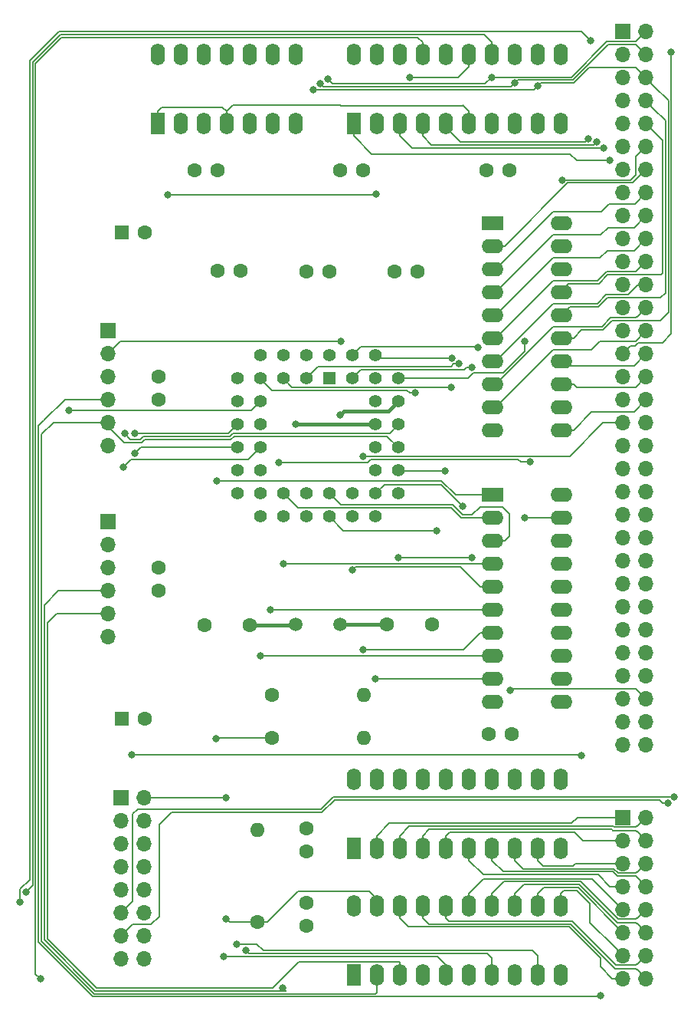
<source format=gbr>
G04 #@! TF.GenerationSoftware,KiCad,Pcbnew,(5.1.5-0-10_14)*
G04 #@! TF.CreationDate,2021-03-10T11:59:30+00:00*
G04 #@! TF.ProjectId,mc68681,6d633638-3638-4312-9e6b-696361645f70,rev?*
G04 #@! TF.SameCoordinates,Original*
G04 #@! TF.FileFunction,Copper,L4,Bot*
G04 #@! TF.FilePolarity,Positive*
%FSLAX46Y46*%
G04 Gerber Fmt 4.6, Leading zero omitted, Abs format (unit mm)*
G04 Created by KiCad (PCBNEW (5.1.5-0-10_14)) date 2021-03-10 11:59:30*
%MOMM*%
%LPD*%
G04 APERTURE LIST*
%ADD10O,1.600000X1.600000*%
%ADD11C,1.600000*%
%ADD12O,1.700000X1.700000*%
%ADD13R,1.700000X1.700000*%
%ADD14O,1.600000X2.400000*%
%ADD15R,1.600000X2.400000*%
%ADD16C,1.500000*%
%ADD17C,1.422400*%
%ADD18R,1.422400X1.422400*%
%ADD19C,1.600200*%
%ADD20O,2.400000X1.600000*%
%ADD21R,2.400000X1.600000*%
%ADD22R,1.600000X1.600000*%
%ADD23C,0.800000*%
%ADD24C,0.400000*%
%ADD25C,0.150000*%
G04 APERTURE END LIST*
D10*
X89800000Y-126850000D03*
D11*
X79640000Y-126850000D03*
D12*
X65540000Y-151220000D03*
X63000000Y-151220000D03*
X65540000Y-148680000D03*
X63000000Y-148680000D03*
X65540000Y-146140000D03*
X63000000Y-146140000D03*
X65540000Y-143600000D03*
X63000000Y-143600000D03*
X65540000Y-141060000D03*
X63000000Y-141060000D03*
X65540000Y-138520000D03*
X63000000Y-138520000D03*
X65540000Y-135980000D03*
X63000000Y-135980000D03*
X65540000Y-133440000D03*
D13*
X63000000Y-133440000D03*
D11*
X97350000Y-114340000D03*
X92350000Y-114340000D03*
X77160000Y-114360000D03*
X72160000Y-114360000D03*
D14*
X88700000Y-51430000D03*
X111560000Y-59050000D03*
X91240000Y-51430000D03*
X109020000Y-59050000D03*
X93780000Y-51430000D03*
X106480000Y-59050000D03*
X96320000Y-51430000D03*
X103940000Y-59050000D03*
X98860000Y-51430000D03*
X101400000Y-59050000D03*
X101400000Y-51430000D03*
X98860000Y-59050000D03*
X103940000Y-51430000D03*
X96320000Y-59050000D03*
X106480000Y-51430000D03*
X93780000Y-59050000D03*
X109020000Y-51430000D03*
X91240000Y-59050000D03*
X111560000Y-51430000D03*
D15*
X88700000Y-59050000D03*
D16*
X87150000Y-114340000D03*
X82270000Y-114340000D03*
D10*
X89800000Y-122120000D03*
D11*
X79640000Y-122120000D03*
D17*
X93610000Y-87156350D03*
X93610000Y-89696350D03*
X93610000Y-92236350D03*
X93610000Y-94776350D03*
X93610000Y-97316350D03*
X91070000Y-84616350D03*
X91070000Y-89696350D03*
X91070000Y-92236350D03*
X91070000Y-94776350D03*
X91070000Y-97316350D03*
X91070000Y-99856350D03*
X91070000Y-102396350D03*
X88530000Y-102396350D03*
X85990000Y-102396350D03*
X83450000Y-102396350D03*
X80910000Y-102396350D03*
X78370000Y-102396350D03*
X93610000Y-99856350D03*
X88530000Y-99856350D03*
X85990000Y-99856350D03*
X83450000Y-99856350D03*
X80910000Y-99856350D03*
X78370000Y-99856350D03*
X75830000Y-99856350D03*
X75830000Y-97316350D03*
X75830000Y-94776350D03*
X75830000Y-92236350D03*
X75830000Y-89696350D03*
X75830000Y-87156350D03*
X78370000Y-97316350D03*
X78370000Y-94776350D03*
X78370000Y-92236350D03*
X78370000Y-89696350D03*
X78370000Y-87156350D03*
X88530000Y-84616350D03*
X85990000Y-84616350D03*
X78370000Y-84616350D03*
X80910000Y-84616350D03*
X83450000Y-84616350D03*
X91070000Y-87156350D03*
X88530000Y-87156350D03*
X80910000Y-87156350D03*
X83450000Y-87156350D03*
D18*
X85990000Y-87156350D03*
D14*
X88700000Y-131380000D03*
X111560000Y-139000000D03*
X91240000Y-131380000D03*
X109020000Y-139000000D03*
X93780000Y-131380000D03*
X106480000Y-139000000D03*
X96320000Y-131380000D03*
X103940000Y-139000000D03*
X98860000Y-131380000D03*
X101400000Y-139000000D03*
X101400000Y-131380000D03*
X98860000Y-139000000D03*
X103940000Y-131380000D03*
X96320000Y-139000000D03*
X106480000Y-131380000D03*
X93780000Y-139000000D03*
X109020000Y-131380000D03*
X91240000Y-139000000D03*
X111560000Y-131380000D03*
D15*
X88700000Y-139000000D03*
D19*
X93235800Y-75355000D03*
X95775800Y-75355000D03*
X67100000Y-108080000D03*
X67100000Y-110620000D03*
X83450000Y-75355000D03*
X85990000Y-75355000D03*
X103644200Y-126450000D03*
X106184200Y-126450000D03*
X83500000Y-145044200D03*
X83500000Y-147584200D03*
X83500000Y-136815800D03*
X83500000Y-139355800D03*
X67100000Y-86920000D03*
X67100000Y-89460000D03*
X73664200Y-75280000D03*
X76204200Y-75280000D03*
X105904200Y-64175000D03*
X103364200Y-64175000D03*
X71060000Y-64175000D03*
X73600000Y-64175000D03*
X87212100Y-64175000D03*
X89752100Y-64175000D03*
D10*
X78025000Y-137015000D03*
D11*
X78025000Y-147175000D03*
D12*
X61550000Y-115700000D03*
X61550000Y-113160000D03*
X61550000Y-110620000D03*
X61550000Y-108080000D03*
X61550000Y-105540000D03*
D13*
X61550000Y-103000000D03*
D12*
X61550000Y-94540000D03*
X61550000Y-92000000D03*
X61550000Y-89460000D03*
X61550000Y-86920000D03*
X61550000Y-84380000D03*
D13*
X61550000Y-81840000D03*
D12*
X121000000Y-153380000D03*
X118460000Y-153380000D03*
X121000000Y-150840000D03*
X118460000Y-150840000D03*
X121000000Y-148300000D03*
X118460000Y-148300000D03*
X121000000Y-145760000D03*
X118460000Y-145760000D03*
X121000000Y-143220000D03*
X118460000Y-143220000D03*
X121000000Y-140680000D03*
X118460000Y-140680000D03*
X121000000Y-138140000D03*
X118460000Y-138140000D03*
X121000000Y-135600000D03*
D13*
X118460000Y-135600000D03*
D12*
X121000000Y-127640000D03*
X118460000Y-127640000D03*
X121000000Y-125100000D03*
X118460000Y-125100000D03*
X121000000Y-122560000D03*
X118460000Y-122560000D03*
X121000000Y-120020000D03*
X118460000Y-120020000D03*
X121000000Y-117480000D03*
X118460000Y-117480000D03*
X121000000Y-114940000D03*
X118460000Y-114940000D03*
X121000000Y-112400000D03*
X118460000Y-112400000D03*
X121000000Y-109860000D03*
X118460000Y-109860000D03*
X121000000Y-107320000D03*
X118460000Y-107320000D03*
X121000000Y-104780000D03*
X118460000Y-104780000D03*
X121000000Y-102240000D03*
X118460000Y-102240000D03*
X121000000Y-99700000D03*
X118460000Y-99700000D03*
X121000000Y-97160000D03*
X118460000Y-97160000D03*
X121000000Y-94620000D03*
X118460000Y-94620000D03*
X121000000Y-92080000D03*
X118460000Y-92080000D03*
X121000000Y-89540000D03*
X118460000Y-89540000D03*
X121000000Y-87000000D03*
X118460000Y-87000000D03*
X121000000Y-84460000D03*
X118460000Y-84460000D03*
X121000000Y-81920000D03*
X118460000Y-81920000D03*
X121000000Y-79380000D03*
X118460000Y-79380000D03*
X121000000Y-76840000D03*
X118460000Y-76840000D03*
X121000000Y-74300000D03*
X118460000Y-74300000D03*
X121000000Y-71760000D03*
X118460000Y-71760000D03*
X121000000Y-69220000D03*
X118460000Y-69220000D03*
X121000000Y-66680000D03*
X118460000Y-66680000D03*
X121000000Y-64140000D03*
X118460000Y-64140000D03*
X121000000Y-61600000D03*
X118460000Y-61600000D03*
X121000000Y-59060000D03*
X118460000Y-59060000D03*
X121000000Y-56520000D03*
X118460000Y-56520000D03*
X121000000Y-53980000D03*
X118460000Y-53980000D03*
X121000000Y-51440000D03*
X118460000Y-51440000D03*
X121000000Y-48900000D03*
D13*
X118460000Y-48900000D03*
D20*
X111620000Y-70000000D03*
X104000000Y-92860000D03*
X111620000Y-72540000D03*
X104000000Y-90320000D03*
X111620000Y-75080000D03*
X104000000Y-87780000D03*
X111620000Y-77620000D03*
X104000000Y-85240000D03*
X111620000Y-80160000D03*
X104000000Y-82700000D03*
X111620000Y-82700000D03*
X104000000Y-80160000D03*
X111620000Y-85240000D03*
X104000000Y-77620000D03*
X111620000Y-87780000D03*
X104000000Y-75080000D03*
X111620000Y-90320000D03*
X104000000Y-72540000D03*
X111620000Y-92860000D03*
D21*
X104000000Y-70000000D03*
D14*
X67000000Y-51430000D03*
X82240000Y-59050000D03*
X69540000Y-51430000D03*
X79700000Y-59050000D03*
X72080000Y-51430000D03*
X77160000Y-59050000D03*
X74620000Y-51430000D03*
X74620000Y-59050000D03*
X77160000Y-51430000D03*
X72080000Y-59050000D03*
X79700000Y-51430000D03*
X69540000Y-59050000D03*
X82240000Y-51430000D03*
D15*
X67000000Y-59050000D03*
D14*
X88700000Y-145380000D03*
X111560000Y-153000000D03*
X91240000Y-145380000D03*
X109020000Y-153000000D03*
X93780000Y-145380000D03*
X106480000Y-153000000D03*
X96320000Y-145380000D03*
X103940000Y-153000000D03*
X98860000Y-145380000D03*
X101400000Y-153000000D03*
X101400000Y-145380000D03*
X98860000Y-153000000D03*
X103940000Y-145380000D03*
X96320000Y-153000000D03*
X106480000Y-145380000D03*
X93780000Y-153000000D03*
X109020000Y-145380000D03*
X91240000Y-153000000D03*
X111560000Y-145380000D03*
D15*
X88700000Y-153000000D03*
D20*
X111620000Y-100000000D03*
X104000000Y-122860000D03*
X111620000Y-102540000D03*
X104000000Y-120320000D03*
X111620000Y-105080000D03*
X104000000Y-117780000D03*
X111620000Y-107620000D03*
X104000000Y-115240000D03*
X111620000Y-110160000D03*
X104000000Y-112700000D03*
X111620000Y-112700000D03*
X104000000Y-110160000D03*
X111620000Y-115240000D03*
X104000000Y-107620000D03*
X111620000Y-117780000D03*
X104000000Y-105080000D03*
X111620000Y-120320000D03*
X104000000Y-102540000D03*
X111620000Y-122860000D03*
D21*
X104000000Y-100000000D03*
D11*
X65592621Y-124710000D03*
D22*
X63092621Y-124710000D03*
D11*
X65592621Y-71000000D03*
D22*
X63092621Y-71000000D03*
D23*
X87170000Y-91190000D03*
X101738436Y-85905872D03*
X102410000Y-83730000D03*
X80910000Y-107620000D03*
X79470000Y-112690000D03*
X99554903Y-84926493D03*
X78390000Y-117780000D03*
X107572298Y-83022298D03*
X107550000Y-102500000D03*
X75790000Y-149590000D03*
X89700000Y-95740000D03*
X76790000Y-150325000D03*
X74290000Y-150980000D03*
X63199999Y-96970000D03*
X115975000Y-155325000D03*
X63370000Y-93250000D03*
X64500000Y-95450000D03*
X64525000Y-93225000D03*
X80875000Y-154424990D03*
X87240000Y-83040000D03*
X57210000Y-90710000D03*
X98810000Y-97340000D03*
X106000000Y-121575000D03*
X73530000Y-98460000D03*
X100747937Y-101267937D03*
X95470000Y-88767551D03*
X101750030Y-106970000D03*
X93630000Y-106970000D03*
X108222298Y-96387551D03*
X80430000Y-96460000D03*
X91080000Y-120330000D03*
X109020000Y-54875010D03*
X84190000Y-55270000D03*
X89740000Y-117070000D03*
X99460000Y-88120000D03*
X88540000Y-108270000D03*
X106480000Y-54550000D03*
X85006047Y-54625009D03*
X100320000Y-85545149D03*
X97820000Y-103960000D03*
X103930000Y-53900000D03*
X85844796Y-54127889D03*
X74584301Y-146790000D03*
X74540000Y-133440000D03*
X123800000Y-51125000D03*
X111700000Y-65250000D03*
X114583376Y-60700010D03*
X114850000Y-49890000D03*
X51820000Y-144920000D03*
X115536612Y-61050020D03*
X116300000Y-61725000D03*
X123416646Y-134005220D03*
X116950000Y-63125000D03*
X64170000Y-128730000D03*
X113890000Y-128810000D03*
X94920000Y-53974989D03*
X52470000Y-143839620D03*
X82310000Y-92230000D03*
X68150000Y-66870000D03*
X91200000Y-66840000D03*
X124120000Y-133330000D03*
X54040000Y-153410000D03*
X73430000Y-126900000D03*
D24*
X92516349Y-90790001D02*
X92898801Y-90407549D01*
X92898801Y-90407549D02*
X93610000Y-89696350D01*
X87569999Y-90790001D02*
X92516349Y-90790001D01*
X87170000Y-91190000D02*
X87569999Y-90790001D01*
X87150000Y-114340000D02*
X92350000Y-114340000D01*
D25*
X89491201Y-86195149D02*
X88530000Y-87156350D01*
X100883474Y-86195149D02*
X89491201Y-86195149D01*
X101172751Y-85905872D02*
X100883474Y-86195149D01*
X101738436Y-85905872D02*
X101172751Y-85905872D01*
X82488799Y-101435149D02*
X80910000Y-99856350D01*
X99464782Y-101435149D02*
X82488799Y-101435149D01*
X100569632Y-102540000D02*
X99464782Y-101435149D01*
X104000000Y-102540000D02*
X100569632Y-102540000D01*
X102335149Y-83655149D02*
X102410000Y-83730000D01*
X89491201Y-83655149D02*
X102335149Y-83655149D01*
X88530000Y-84616350D02*
X89491201Y-83655149D01*
X104000000Y-107620000D02*
X89295000Y-107620000D01*
X89295000Y-107620000D02*
X80910000Y-107620000D01*
X79480000Y-112700000D02*
X79470000Y-112690000D01*
X104000000Y-112700000D02*
X79480000Y-112700000D01*
X91073650Y-84620000D02*
X91070000Y-84616350D01*
X91380143Y-84926493D02*
X91070000Y-84616350D01*
X99554903Y-84926493D02*
X91380143Y-84926493D01*
X78760000Y-117780000D02*
X78750000Y-117790000D01*
X104000000Y-117780000D02*
X78760000Y-117780000D01*
X78390000Y-117780000D02*
X78760000Y-117780000D01*
X111580000Y-102500000D02*
X111620000Y-102540000D01*
X107550000Y-102500000D02*
X111580000Y-102500000D01*
X105190368Y-86530000D02*
X101920000Y-86530000D01*
X101920000Y-86530000D02*
X101293650Y-87156350D01*
X107572298Y-84148070D02*
X105190368Y-86530000D01*
X101293650Y-87156350D02*
X93610000Y-87156350D01*
X107572298Y-83022298D02*
X107572298Y-84148070D01*
X109020000Y-150895000D02*
X109020000Y-153600000D01*
X108449980Y-150324980D02*
X109020000Y-150895000D01*
X78724980Y-150324980D02*
X108449980Y-150324980D01*
X77990000Y-149590000D02*
X78724980Y-150324980D01*
X75790000Y-149590000D02*
X77990000Y-149590000D01*
X116344998Y-92080000D02*
X118460000Y-92080000D01*
X116344998Y-92080000D02*
X116210000Y-92080000D01*
X112552449Y-95737551D02*
X90472449Y-95737551D01*
X116210000Y-92080000D02*
X112552449Y-95737551D01*
X90470000Y-95740000D02*
X89700000Y-95740000D01*
X90472449Y-95737551D02*
X90470000Y-95740000D01*
X103424990Y-150649990D02*
X103940000Y-151165000D01*
X103940000Y-151165000D02*
X103940000Y-153600000D01*
X77525000Y-150649990D02*
X103424990Y-150649990D01*
X77114990Y-150649990D02*
X76790000Y-150325000D01*
X77525000Y-150649990D02*
X77114990Y-150649990D01*
X75850000Y-150975000D02*
X97975000Y-150975000D01*
X98860000Y-151860000D02*
X98860000Y-153600000D01*
X97975000Y-150975000D02*
X98860000Y-151860000D01*
X75845000Y-150980000D02*
X74290000Y-150980000D01*
X75850000Y-150975000D02*
X75845000Y-150980000D01*
X64069998Y-96100001D02*
X63199999Y-96970000D01*
X77046349Y-96100001D02*
X64069998Y-96100001D01*
X78370000Y-94776350D02*
X77046349Y-96100001D01*
X61550000Y-89460000D02*
X56790000Y-89460000D01*
X56790000Y-89460000D02*
X54450000Y-91800000D01*
X54450000Y-91800000D02*
X53850000Y-92400000D01*
X53850000Y-92400000D02*
X53850000Y-104975000D01*
X53850000Y-104975000D02*
X53850000Y-142075000D01*
X53850000Y-149394870D02*
X59855130Y-155400000D01*
X53850000Y-142075000D02*
X53850000Y-149394870D01*
X115900000Y-155400000D02*
X115975000Y-155325000D01*
X59855130Y-155400000D02*
X115900000Y-155400000D01*
X93610000Y-92236350D02*
X92646350Y-93200000D01*
X75325982Y-93200000D02*
X74975973Y-93550010D01*
X92646350Y-93200000D02*
X75325982Y-93200000D01*
X74975973Y-93550010D02*
X67700000Y-93550010D01*
X67700000Y-93550010D02*
X65419990Y-93550010D01*
X65094999Y-93875001D02*
X63995001Y-93875001D01*
X63995001Y-93875001D02*
X63370000Y-93250000D01*
X65419990Y-93550010D02*
X65094999Y-93875001D01*
X93780000Y-151650000D02*
X93780000Y-153000000D01*
X93679990Y-151549990D02*
X93780000Y-151650000D01*
X82625010Y-151549990D02*
X93679990Y-151549990D01*
X79750030Y-154424970D02*
X82625010Y-151549990D01*
X54825030Y-114149970D02*
X54825030Y-148991004D01*
X60258996Y-154424970D02*
X79750030Y-154424970D01*
X54825030Y-148991004D02*
X60258996Y-154424970D01*
X55815000Y-113160000D02*
X54825030Y-114149970D01*
X61550000Y-113160000D02*
X55815000Y-113160000D01*
X65173650Y-94776350D02*
X64500000Y-95450000D01*
X75830000Y-94776350D02*
X65173650Y-94776350D01*
X55525000Y-92000000D02*
X54175010Y-93349990D01*
X59989752Y-155074990D02*
X91115010Y-155074990D01*
X54175010Y-149260248D02*
X59989752Y-155074990D01*
X91115010Y-155074990D02*
X91240000Y-154950000D01*
X54175010Y-93349990D02*
X54175010Y-149260248D01*
X91240000Y-154950000D02*
X91240000Y-153600000D01*
X61550000Y-92000000D02*
X55525000Y-92000000D01*
X93610000Y-94776350D02*
X92358660Y-93525010D01*
X75460606Y-93525010D02*
X75110596Y-93875020D01*
X92358660Y-93525010D02*
X75460606Y-93525010D01*
X65554612Y-93875020D02*
X65229622Y-94200011D01*
X65229622Y-94200011D02*
X63270011Y-94200011D01*
X75110596Y-93875020D02*
X65554612Y-93875020D01*
X63270011Y-94200011D02*
X62399999Y-93329999D01*
X61550000Y-92480000D02*
X61550000Y-92000000D01*
X62399999Y-93329999D02*
X61550000Y-92480000D01*
X61550000Y-110620000D02*
X56055000Y-110620000D01*
X56055000Y-110620000D02*
X54500020Y-112174980D01*
X54500020Y-140224980D02*
X54500020Y-149125626D01*
X54500020Y-112174980D02*
X54500020Y-140224980D01*
X54500020Y-140224980D02*
X54500020Y-140350020D01*
X54500020Y-149125626D02*
X60124374Y-154749980D01*
X81199990Y-154749980D02*
X80875000Y-154424990D01*
X60124374Y-154749980D02*
X81199990Y-154749980D01*
X74841350Y-93225000D02*
X75830000Y-92236350D01*
X64525000Y-93225000D02*
X74841350Y-93225000D01*
X62890000Y-83040000D02*
X87240000Y-83040000D01*
X61550000Y-84380000D02*
X62890000Y-83040000D01*
X77376350Y-90690000D02*
X78370000Y-89696350D01*
X57230000Y-90690000D02*
X77376350Y-90690000D01*
X57210000Y-90710000D02*
X57230000Y-90690000D01*
X93633650Y-97340000D02*
X93610000Y-97316350D01*
X98810000Y-97340000D02*
X93633650Y-97340000D01*
X106115001Y-121459999D02*
X106000000Y-121575000D01*
X119899999Y-121459999D02*
X106115001Y-121459999D01*
X121000000Y-122560000D02*
X119899999Y-121459999D01*
X104000000Y-100000000D02*
X99939632Y-100000000D01*
X98399633Y-98460000D02*
X73530000Y-98460000D01*
X99939632Y-100000000D02*
X98399633Y-98460000D01*
X100747937Y-101267937D02*
X98340000Y-98860000D01*
X92066350Y-98860000D02*
X91070000Y-99856350D01*
X98340000Y-98860000D02*
X92066350Y-98860000D01*
X94904315Y-88767551D02*
X94579325Y-88442561D01*
X79081199Y-87867549D02*
X78370000Y-87156350D01*
X79656211Y-88442561D02*
X79081199Y-87867549D01*
X94579325Y-88442561D02*
X79656211Y-88442561D01*
X95470000Y-88767551D02*
X94904315Y-88767551D01*
X101750030Y-106970000D02*
X93630000Y-106970000D01*
X111690000Y-80160000D02*
X111620000Y-80160000D01*
X115734623Y-79250010D02*
X112599990Y-79250010D01*
X112599990Y-79250010D02*
X111690000Y-80160000D01*
X116719621Y-78265011D02*
X115734623Y-79250010D01*
X122609989Y-78265011D02*
X116719621Y-78265011D01*
X121849999Y-57369999D02*
X121000000Y-56520000D01*
X123150010Y-58670010D02*
X121849999Y-57369999D01*
X123150010Y-77724990D02*
X123150010Y-58670010D01*
X122609989Y-78265011D02*
X123150010Y-77724990D01*
X108222298Y-96387551D02*
X107184990Y-96387551D01*
X90607072Y-96062561D02*
X90189633Y-96480000D01*
X106860000Y-96062561D02*
X90607072Y-96062561D01*
X90189633Y-96480000D02*
X80520000Y-96480000D01*
X80500000Y-96460000D02*
X80430000Y-96460000D01*
X80520000Y-96480000D02*
X80500000Y-96460000D01*
X107184990Y-96387551D02*
X106860000Y-96062561D01*
X104000000Y-120320000D02*
X102650000Y-120320000D01*
X91090000Y-120320000D02*
X91080000Y-120330000D01*
X104000000Y-120320000D02*
X91090000Y-120320000D01*
X112970000Y-82700000D02*
X113869990Y-81800010D01*
X111620000Y-82700000D02*
X112970000Y-82700000D01*
X117229622Y-80805011D02*
X122544989Y-80805011D01*
X116234623Y-81800010D02*
X117229622Y-80805011D01*
X113869990Y-81800010D02*
X116234623Y-81800010D01*
X121849999Y-54829999D02*
X121000000Y-53980000D01*
X123475020Y-56455020D02*
X121849999Y-54829999D01*
X123475020Y-79874980D02*
X123475020Y-56455020D01*
X122544989Y-80805011D02*
X123475020Y-79874980D01*
X119899999Y-52879999D02*
X114714267Y-52879999D01*
X121000000Y-53980000D02*
X119899999Y-52879999D01*
X112830018Y-54550018D02*
X112830010Y-54550010D01*
X113044248Y-54550018D02*
X112830018Y-54550018D01*
X114714267Y-52879999D02*
X113044248Y-54550018D01*
X112830010Y-54550010D02*
X112169990Y-54550010D01*
X109345000Y-54550010D02*
X109020000Y-54875010D01*
X112169990Y-54550010D02*
X109345000Y-54550010D01*
X108620001Y-55275009D02*
X84195009Y-55275009D01*
X84195009Y-55275009D02*
X84190000Y-55270000D01*
X109020000Y-54875010D02*
X108620001Y-55275009D01*
X100820000Y-117070000D02*
X89740000Y-117070000D01*
X102650000Y-115240000D02*
X100820000Y-117070000D01*
X104000000Y-115240000D02*
X102650000Y-115240000D01*
X80910000Y-87156350D02*
X81871201Y-88117551D01*
X81871201Y-88117551D02*
X95972449Y-88117551D01*
X95974898Y-88120000D02*
X95972449Y-88117551D01*
X99460000Y-88120000D02*
X95974898Y-88120000D01*
X102650000Y-110160000D02*
X100435010Y-107945010D01*
X104000000Y-110160000D02*
X102650000Y-110160000D01*
X100435010Y-107945010D02*
X89974990Y-107945010D01*
X88864990Y-107945010D02*
X88540000Y-108270000D01*
X89974990Y-107945010D02*
X88864990Y-107945010D01*
X112909634Y-54225000D02*
X116809623Y-50325011D01*
X111284623Y-54225010D02*
X111284633Y-54225000D01*
X111284633Y-54225000D02*
X112909634Y-54225000D01*
X119885011Y-50325011D02*
X121000000Y-51440000D01*
X116809623Y-50325011D02*
X119885011Y-50325011D01*
X111284623Y-54225010D02*
X109954990Y-54225010D01*
X106804990Y-54225010D02*
X106480000Y-54550000D01*
X109954990Y-54225010D02*
X106804990Y-54225010D01*
X106480000Y-54550000D02*
X106080001Y-54949999D01*
X85331037Y-54949999D02*
X85006047Y-54625009D01*
X106080001Y-54949999D02*
X85331037Y-54949999D01*
X105350000Y-105080000D02*
X105890000Y-104540000D01*
X104000000Y-105080000D02*
X105350000Y-105080000D01*
X105890000Y-104540000D02*
X105890000Y-102080000D01*
X105890000Y-102080000D02*
X105130000Y-101320000D01*
X105130000Y-101320000D02*
X102670000Y-101320000D01*
X102670000Y-101320000D02*
X101775010Y-102214990D01*
X100704254Y-102214990D02*
X99599405Y-101110139D01*
X101775010Y-102214990D02*
X100704254Y-102214990D01*
X87243789Y-101110139D02*
X85990000Y-99856350D01*
X99599405Y-101110139D02*
X87243789Y-101110139D01*
X99429325Y-85870139D02*
X84736211Y-85870139D01*
X84736211Y-85870139D02*
X83450000Y-87156350D01*
X99754315Y-85545149D02*
X99429325Y-85870139D01*
X100320000Y-85545149D02*
X99754315Y-85545149D01*
X101400000Y-57700000D02*
X100725000Y-57025000D01*
X101400000Y-59050000D02*
X101400000Y-57700000D01*
X74620000Y-57700000D02*
X74620000Y-59050000D01*
X75295000Y-57025000D02*
X74620000Y-57700000D01*
X74620000Y-57700000D02*
X74145000Y-57225000D01*
X67000000Y-57700000D02*
X67000000Y-59050000D01*
X67475000Y-57225000D02*
X67000000Y-57700000D01*
X74145000Y-57225000D02*
X67475000Y-57225000D01*
X100720000Y-57030000D02*
X100725000Y-57025000D01*
X87230000Y-57030000D02*
X100720000Y-57030000D01*
X87225000Y-57025000D02*
X87230000Y-57030000D01*
X75295000Y-57025000D02*
X87225000Y-57025000D01*
X87553650Y-103960000D02*
X97820000Y-103960000D01*
X85990000Y-102396350D02*
X87553650Y-103960000D01*
X112775002Y-53900000D02*
X107740000Y-53900000D01*
X119899999Y-50000001D02*
X116675001Y-50000001D01*
X116675001Y-50000001D02*
X112775002Y-53900000D01*
X121000000Y-48900000D02*
X119899999Y-50000001D01*
X107740000Y-53900000D02*
X103930000Y-53900000D01*
X103930000Y-53900000D02*
X103205011Y-54624989D01*
X103205011Y-54624989D02*
X100610000Y-54624989D01*
X86341896Y-54624989D02*
X85844796Y-54127889D01*
X100610000Y-54624989D02*
X86341896Y-54624989D01*
X91240000Y-144630000D02*
X91240000Y-145980000D01*
X90385000Y-143775000D02*
X91240000Y-144630000D01*
X75200000Y-147175000D02*
X78025000Y-147175000D01*
X82556370Y-143775000D02*
X90385000Y-143775000D01*
X79156370Y-147175000D02*
X82556370Y-143775000D01*
X78025000Y-147175000D02*
X79156370Y-147175000D01*
X74969301Y-147175000D02*
X74584301Y-146790000D01*
X75200000Y-147175000D02*
X74969301Y-147175000D01*
X74540000Y-133440000D02*
X65540000Y-133440000D01*
X93780000Y-146730000D02*
X93780000Y-145380000D01*
X94750020Y-147700020D02*
X93780000Y-146730000D01*
X115975000Y-151144264D02*
X112530756Y-147700020D01*
X115975000Y-152097081D02*
X115975000Y-151144264D01*
X117257919Y-153380000D02*
X115975000Y-152097081D01*
X112530756Y-147700020D02*
X94750020Y-147700020D01*
X118460000Y-153380000D02*
X117257919Y-153380000D01*
X96320000Y-145380000D02*
X96320000Y-146730000D01*
X117570367Y-152279999D02*
X119899999Y-152279999D01*
X119899999Y-152279999D02*
X120150001Y-152530001D01*
X112665378Y-147375010D02*
X117570367Y-152279999D01*
X120150001Y-152530001D02*
X121000000Y-153380000D01*
X96965010Y-147375010D02*
X112665378Y-147375010D01*
X96320000Y-146730000D02*
X96965010Y-147375010D01*
X98860000Y-146730000D02*
X99180000Y-147050000D01*
X98860000Y-145380000D02*
X98860000Y-146730000D01*
X120150001Y-151689999D02*
X121000000Y-150840000D01*
X119899999Y-151940001D02*
X120150001Y-151689999D01*
X112800000Y-147050000D02*
X117690001Y-151940001D01*
X99180000Y-147050000D02*
X112800000Y-147050000D01*
X117690001Y-151940001D02*
X119899999Y-151940001D01*
X112800000Y-147050000D02*
X112925000Y-147050000D01*
X115074960Y-142374960D02*
X118460000Y-145760000D01*
X103055040Y-142374960D02*
X115074960Y-142374960D01*
X101400000Y-144030000D02*
X103055040Y-142374960D01*
X101400000Y-145380000D02*
X101400000Y-144030000D01*
X120150001Y-146609999D02*
X121000000Y-145760000D01*
X119899999Y-146860001D02*
X120150001Y-146609999D01*
X117931999Y-146860001D02*
X119899999Y-146860001D01*
X113771968Y-142699970D02*
X117931999Y-146860001D01*
X103940000Y-144030000D02*
X105270030Y-142699970D01*
X105270030Y-142699970D02*
X113771968Y-142699970D01*
X103940000Y-145380000D02*
X103940000Y-144030000D01*
X120150001Y-147450001D02*
X121000000Y-148300000D01*
X119899999Y-147199999D02*
X120150001Y-147450001D01*
X106480000Y-144030000D02*
X107485020Y-143024980D01*
X117812365Y-147199999D02*
X119899999Y-147199999D01*
X106480000Y-145380000D02*
X106480000Y-144030000D01*
X113637346Y-143024980D02*
X117812365Y-147199999D01*
X107485020Y-143024980D02*
X113637346Y-143024980D01*
X113502724Y-143349990D02*
X118452734Y-148300000D01*
X118452734Y-148300000D02*
X118460000Y-148300000D01*
X109700010Y-143349990D02*
X113502724Y-143349990D01*
X109020000Y-144030000D02*
X109700010Y-143349990D01*
X109020000Y-145380000D02*
X109020000Y-144030000D01*
X117610001Y-149990001D02*
X118460000Y-150840000D01*
X114825000Y-147205000D02*
X117610001Y-149990001D01*
X114825000Y-145150000D02*
X114825000Y-147205000D01*
X113350000Y-143675000D02*
X114825000Y-145150000D01*
X111915000Y-143675000D02*
X113350000Y-143675000D01*
X111560000Y-144030000D02*
X111915000Y-143675000D01*
X111560000Y-145380000D02*
X111560000Y-144030000D01*
X119769632Y-83610001D02*
X119309999Y-83610001D01*
X120154633Y-83225000D02*
X119769632Y-83610001D01*
X119309999Y-83610001D02*
X118460000Y-84460000D01*
X122825000Y-83225000D02*
X120154633Y-83225000D01*
X123800030Y-82249970D02*
X122825000Y-83225000D01*
X123800030Y-56320397D02*
X123800030Y-82249970D01*
X123800000Y-56320367D02*
X123800030Y-56320397D01*
X123800000Y-51125000D02*
X123800000Y-56320367D01*
X119874999Y-83045001D02*
X115904999Y-83045001D01*
X121000000Y-81920000D02*
X119874999Y-83045001D01*
X115904999Y-83045001D02*
X114925000Y-84025000D01*
X104400000Y-90320000D02*
X104000000Y-90320000D01*
X110695000Y-84025000D02*
X104400000Y-90320000D01*
X114925000Y-84025000D02*
X110695000Y-84025000D01*
X120150001Y-80229999D02*
X121000000Y-79380000D01*
X117094999Y-80480001D02*
X119899999Y-80480001D01*
X119899999Y-80480001D02*
X120150001Y-80229999D01*
X116100000Y-81475000D02*
X117094999Y-80480001D01*
X110705000Y-81475000D02*
X116100000Y-81475000D01*
X104400000Y-87780000D02*
X110705000Y-81475000D01*
X104000000Y-87780000D02*
X104400000Y-87780000D01*
X122825000Y-60885000D02*
X121000000Y-59060000D01*
X122649989Y-75725011D02*
X122825000Y-75550000D01*
X116759622Y-75725011D02*
X122649989Y-75725011D01*
X122825000Y-75550000D02*
X122825000Y-60885000D01*
X115784623Y-76700010D02*
X116759622Y-75725011D01*
X112449990Y-76700010D02*
X115784623Y-76700010D01*
X111620000Y-77530000D02*
X112449990Y-76700010D01*
X111620000Y-77620000D02*
X111620000Y-77530000D01*
X104000000Y-85240000D02*
X104400000Y-85240000D01*
X104400000Y-85240000D02*
X110715000Y-78925000D01*
X110715000Y-78925000D02*
X115600000Y-78925000D01*
X121000000Y-76840000D02*
X120088002Y-76840000D01*
X116584999Y-77940001D02*
X115600000Y-78925000D01*
X118988001Y-77940001D02*
X116584999Y-77940001D01*
X120088002Y-76840000D02*
X118988001Y-77940001D01*
X119899999Y-75400001D02*
X121000000Y-74300000D01*
X116675001Y-75400001D02*
X119899999Y-75400001D01*
X116650000Y-75375000D02*
X116675001Y-75400001D01*
X110725000Y-76375000D02*
X115650000Y-76375000D01*
X104400000Y-82700000D02*
X110725000Y-76375000D01*
X115650000Y-76375000D02*
X116650000Y-75375000D01*
X104000000Y-82700000D02*
X104400000Y-82700000D01*
X121000000Y-71760000D02*
X119710000Y-73050000D01*
X119710000Y-73050000D02*
X116700000Y-73050000D01*
X116700000Y-73050000D02*
X115875000Y-73875000D01*
X104400000Y-80160000D02*
X104000000Y-80160000D01*
X110685000Y-73875000D02*
X104400000Y-80160000D01*
X115875000Y-73875000D02*
X110685000Y-73875000D01*
X112970000Y-92860000D02*
X114980000Y-90850000D01*
X111620000Y-92860000D02*
X112970000Y-92860000D01*
X119690000Y-90850000D02*
X121000000Y-89540000D01*
X114980000Y-90850000D02*
X119690000Y-90850000D01*
X121000000Y-69220000D02*
X119720000Y-70500000D01*
X119720000Y-70500000D02*
X116775000Y-70500000D01*
X116775000Y-70500000D02*
X116000000Y-71275000D01*
X104400000Y-77620000D02*
X104000000Y-77620000D01*
X110745000Y-71275000D02*
X104400000Y-77620000D01*
X116000000Y-71275000D02*
X110745000Y-71275000D01*
X112970000Y-87780000D02*
X113340000Y-88150000D01*
X111620000Y-87780000D02*
X112970000Y-87780000D01*
X119850000Y-88150000D02*
X121000000Y-87000000D01*
X113340000Y-88150000D02*
X119850000Y-88150000D01*
X121000000Y-66680000D02*
X119780000Y-67900000D01*
X119780000Y-67900000D02*
X116900000Y-67900000D01*
X116900000Y-67900000D02*
X116075000Y-68725000D01*
X104400000Y-75080000D02*
X104000000Y-75080000D01*
X110755000Y-68725000D02*
X104400000Y-75080000D01*
X116075000Y-68725000D02*
X110755000Y-68725000D01*
X112310001Y-65579999D02*
X105350000Y-72540000D01*
X119560001Y-65579999D02*
X112310001Y-65579999D01*
X105350000Y-72540000D02*
X104000000Y-72540000D01*
X121000000Y-64140000D02*
X119560001Y-65579999D01*
X111620000Y-85240000D02*
X112190000Y-85240000D01*
X112190000Y-85240000D02*
X112700000Y-85750000D01*
X119710000Y-85750000D02*
X121000000Y-84460000D01*
X112700000Y-85750000D02*
X119710000Y-85750000D01*
X119899999Y-62700001D02*
X119899999Y-64650001D01*
X119899999Y-64650001D02*
X119295011Y-65254989D01*
X121000000Y-61600000D02*
X119899999Y-62700001D01*
X119295011Y-65254989D02*
X112175378Y-65254989D01*
X111704989Y-65254989D02*
X111700000Y-65250000D01*
X112175378Y-65254989D02*
X111704989Y-65254989D01*
X98860000Y-59450000D02*
X100435000Y-61025000D01*
X98860000Y-59050000D02*
X98860000Y-59450000D01*
X100435000Y-61025000D02*
X113475000Y-61025000D01*
X114258386Y-61025000D02*
X114583376Y-60700010D01*
X113475000Y-61025000D02*
X114258386Y-61025000D01*
X118455000Y-56525000D02*
X118460000Y-56520000D01*
X113834990Y-48874990D02*
X114850000Y-49890000D01*
X56105377Y-48874990D02*
X113834990Y-48874990D01*
X52874990Y-52105377D02*
X56105377Y-48874990D01*
X52874970Y-142472648D02*
X52874970Y-52105396D01*
X51819999Y-143527619D02*
X52874970Y-142472648D01*
X52874970Y-52105396D02*
X52874989Y-52105377D01*
X51820000Y-144920000D02*
X51819999Y-143527619D01*
X96320000Y-60400000D02*
X97295010Y-61375010D01*
X96320000Y-59050000D02*
X96320000Y-60400000D01*
X97295010Y-61375010D02*
X100290022Y-61375010D01*
X100290022Y-61375010D02*
X111225000Y-61375010D01*
X115211622Y-61375010D02*
X115536612Y-61050020D01*
X111225000Y-61375010D02*
X115211622Y-61375010D01*
X93780000Y-60400000D02*
X95105020Y-61725020D01*
X93780000Y-59050000D02*
X93780000Y-60400000D01*
X95105020Y-61725020D02*
X100145044Y-61725020D01*
X100145044Y-61725020D02*
X109200000Y-61725020D01*
X116299980Y-61725020D02*
X116300000Y-61725000D01*
X109200000Y-61725020D02*
X116299980Y-61725020D01*
X122850961Y-134005220D02*
X122500751Y-133655010D01*
X123416646Y-134005220D02*
X122850961Y-134005220D01*
X122500751Y-133655010D02*
X86584622Y-133655010D01*
X86584622Y-133655010D02*
X85184623Y-135055010D01*
X85184623Y-135055010D02*
X68524990Y-135055010D01*
X68524990Y-135055010D02*
X67180000Y-136400000D01*
X67180000Y-136400000D02*
X67180000Y-146550000D01*
X67180000Y-146550000D02*
X66300000Y-147430000D01*
X64250000Y-147430000D02*
X63000000Y-148680000D01*
X66300000Y-147430000D02*
X64250000Y-147430000D01*
X88700000Y-59050000D02*
X88700000Y-60400000D01*
X88700000Y-60400000D02*
X90675040Y-62375040D01*
X90675040Y-62375040D02*
X103875040Y-62375040D01*
X103875040Y-62375040D02*
X108050000Y-62375040D01*
X108050000Y-62375040D02*
X111100000Y-62375040D01*
X111100000Y-62375040D02*
X112600040Y-62375040D01*
X113350000Y-63125000D02*
X114999980Y-63125000D01*
X112600040Y-62375040D02*
X113350000Y-63125000D01*
X118230000Y-66450000D02*
X118460000Y-66680000D01*
X114999980Y-63125000D02*
X115900000Y-63125000D01*
X115900000Y-63125000D02*
X116950000Y-63125000D01*
X64215000Y-128775000D02*
X64170000Y-128730000D01*
X113810000Y-128730000D02*
X113890000Y-128810000D01*
X64170000Y-128730000D02*
X113810000Y-128730000D01*
X109020000Y-140350000D02*
X109620000Y-140950000D01*
X109020000Y-139000000D02*
X109020000Y-140350000D01*
X109620000Y-140950000D02*
X112900000Y-140950000D01*
X113170000Y-140680000D02*
X118460000Y-140680000D01*
X112900000Y-140950000D02*
X113170000Y-140680000D01*
X120150001Y-142370001D02*
X121000000Y-143220000D01*
X103940000Y-139000000D02*
X103940000Y-140350000D01*
X105190020Y-141600020D02*
X117292386Y-141600020D01*
X117797376Y-142105011D02*
X119885011Y-142105011D01*
X117292386Y-141600020D02*
X117797376Y-142105011D01*
X119885011Y-142105011D02*
X120150001Y-142370001D01*
X103940000Y-140350000D02*
X105190020Y-141600020D01*
X117019970Y-143220000D02*
X118460000Y-143220000D01*
X102975030Y-141925030D02*
X115725000Y-141925030D01*
X115725000Y-141925030D02*
X117019970Y-143220000D01*
X101400000Y-140350000D02*
X102975030Y-141925030D01*
X101400000Y-139000000D02*
X101400000Y-140350000D01*
X98860000Y-137650000D02*
X99260000Y-137250000D01*
X98860000Y-139000000D02*
X98860000Y-137650000D01*
X99260000Y-137250000D02*
X113100000Y-137250000D01*
X113990000Y-138140000D02*
X118460000Y-138140000D01*
X113100000Y-137250000D02*
X113990000Y-138140000D01*
X119899999Y-137039999D02*
X120150001Y-137290001D01*
X120150001Y-137290001D02*
X121000000Y-138140000D01*
X97045010Y-136924990D02*
X117225376Y-136924990D01*
X117225376Y-136924990D02*
X117340385Y-137039999D01*
X96320000Y-137650000D02*
X97045010Y-136924990D01*
X117340385Y-137039999D02*
X119899999Y-137039999D01*
X96320000Y-139000000D02*
X96320000Y-137650000D01*
X119899999Y-136700001D02*
X120150001Y-136449999D01*
X117359999Y-136599980D02*
X117460020Y-136700001D01*
X93780000Y-137650000D02*
X94830020Y-136599980D01*
X120150001Y-136449999D02*
X121000000Y-135600000D01*
X117460020Y-136700001D02*
X119899999Y-136700001D01*
X94830020Y-136599980D02*
X117359999Y-136599980D01*
X93780000Y-139000000D02*
X93780000Y-137650000D01*
X113424970Y-135600000D02*
X118460000Y-135600000D01*
X92615030Y-136274970D02*
X112750000Y-136274970D01*
X91240000Y-137650000D02*
X92615030Y-136274970D01*
X112750000Y-136274970D02*
X113424970Y-135600000D01*
X91240000Y-139000000D02*
X91240000Y-137650000D01*
X117931999Y-141780001D02*
X119899999Y-141780001D01*
X107405010Y-141275010D02*
X117427008Y-141275010D01*
X106480000Y-140350000D02*
X107405010Y-141275010D01*
X117427008Y-141275010D02*
X117931999Y-141780001D01*
X120150001Y-141529999D02*
X121000000Y-140680000D01*
X119899999Y-141780001D02*
X120150001Y-141529999D01*
X106480000Y-139000000D02*
X106480000Y-140350000D01*
X101400000Y-52780000D02*
X101400000Y-51430000D01*
X100205011Y-53974989D02*
X101400000Y-52780000D01*
X94920000Y-53974989D02*
X100205011Y-53974989D01*
X53199980Y-143109640D02*
X52470000Y-143839620D01*
X56239999Y-49200000D02*
X53199980Y-52240019D01*
X103060000Y-49200000D02*
X56239999Y-49200000D01*
X103940000Y-50080000D02*
X103060000Y-49200000D01*
X53199980Y-52240019D02*
X53199980Y-143109640D01*
X103940000Y-51430000D02*
X103940000Y-50080000D01*
D24*
X91063650Y-92230000D02*
X91070000Y-92236350D01*
X82310000Y-92230000D02*
X91063650Y-92230000D01*
X82250000Y-114360000D02*
X82270000Y-114340000D01*
X77160000Y-114360000D02*
X82250000Y-114360000D01*
D25*
X91170000Y-66870000D02*
X91200000Y-66840000D01*
X68150000Y-66870000D02*
X91170000Y-66870000D01*
X64280000Y-144860000D02*
X63000000Y-146140000D01*
X64280000Y-135250000D02*
X64280000Y-144860000D01*
X85050000Y-134730000D02*
X64800000Y-134730000D01*
X64800000Y-134730000D02*
X64280000Y-135250000D01*
X86450000Y-133330000D02*
X85050000Y-134730000D01*
X124120000Y-133330000D02*
X86450000Y-133330000D01*
X95765010Y-49525010D02*
X96320000Y-50080000D01*
X56374622Y-49525010D02*
X95765010Y-49525010D01*
X53524990Y-52374642D02*
X56374622Y-49525010D01*
X96320000Y-50080000D02*
X96320000Y-51430000D01*
X53524990Y-152894990D02*
X53524990Y-52374642D01*
X54040000Y-153410000D02*
X53524990Y-152894990D01*
X73480000Y-126850000D02*
X73430000Y-126900000D01*
X79640000Y-126850000D02*
X73480000Y-126850000D01*
M02*

</source>
